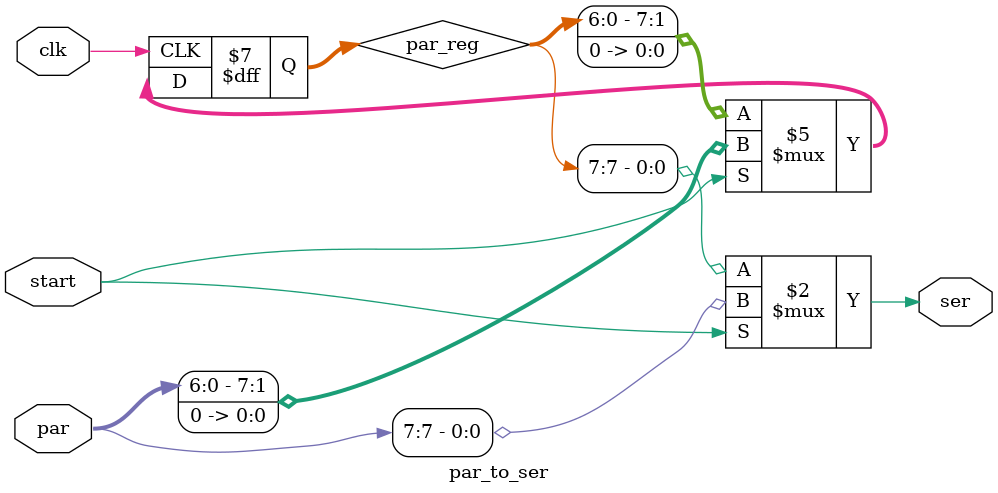
<source format=v>
module par_to_ser #(parameter W=8)
	(input clk , input[W-1:0] par,
	input start, output ser);	
	reg[W-1:0] par_reg = 0;
	always @(posedge clk) begin
		if (start) begin
			par_reg <= {par[W-2:0], 1'b0};	
		end
		else begin
			par_reg <= {par_reg[W-2:0], 1'b0};
		end
	end	
	assign ser = start ? par[W-1] : par_reg[W-1];
endmodule
</source>
